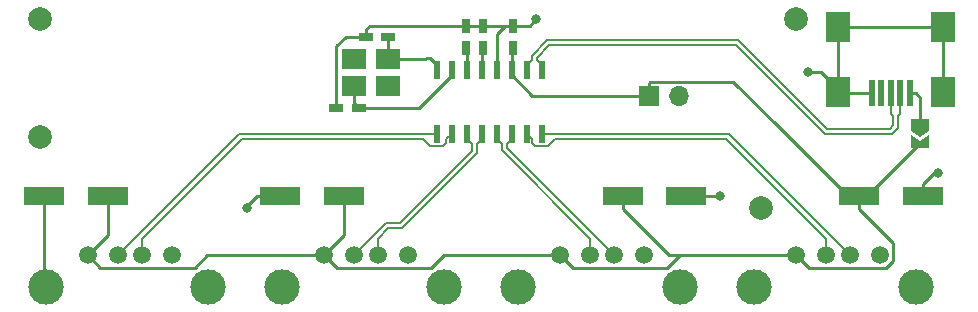
<source format=gbr>
G04 #@! TF.GenerationSoftware,KiCad,Pcbnew,(5.0.1-3-g963ef8bb5)*
G04 #@! TF.CreationDate,2018-11-25T15:23:06-05:00*
G04 #@! TF.ProjectId,usb-hub,7573622D6875622E6B696361645F7063,rev?*
G04 #@! TF.SameCoordinates,Original*
G04 #@! TF.FileFunction,Copper,L1,Top,Signal*
G04 #@! TF.FilePolarity,Positive*
%FSLAX46Y46*%
G04 Gerber Fmt 4.6, Leading zero omitted, Abs format (unit mm)*
G04 Created by KiCad (PCBNEW (5.0.1-3-g963ef8bb5)) date Sunday, November 25, 2018 at 03:23:06 PM*
%MOMM*%
%LPD*%
G01*
G04 APERTURE LIST*
G04 #@! TA.AperFunction,ComponentPad*
%ADD10C,2.000000*%
G04 #@! TD*
G04 #@! TA.AperFunction,SMDPad,CuDef*
%ADD11R,1.200000X0.750000*%
G04 #@! TD*
G04 #@! TA.AperFunction,SMDPad,CuDef*
%ADD12R,0.750000X1.200000*%
G04 #@! TD*
G04 #@! TA.AperFunction,SMDPad,CuDef*
%ADD13R,3.500000X1.600000*%
G04 #@! TD*
G04 #@! TA.AperFunction,SMDPad,CuDef*
%ADD14R,2.000000X2.500000*%
G04 #@! TD*
G04 #@! TA.AperFunction,SMDPad,CuDef*
%ADD15R,0.500000X2.300000*%
G04 #@! TD*
G04 #@! TA.AperFunction,ComponentPad*
%ADD16O,1.700000X1.700000*%
G04 #@! TD*
G04 #@! TA.AperFunction,ComponentPad*
%ADD17R,1.700000X1.700000*%
G04 #@! TD*
G04 #@! TA.AperFunction,ComponentPad*
%ADD18C,3.000000*%
G04 #@! TD*
G04 #@! TA.AperFunction,ComponentPad*
%ADD19C,1.500000*%
G04 #@! TD*
G04 #@! TA.AperFunction,SMDPad,CuDef*
%ADD20C,0.300000*%
G04 #@! TD*
G04 #@! TA.AperFunction,Conductor*
%ADD21C,0.100000*%
G04 #@! TD*
G04 #@! TA.AperFunction,SMDPad,CuDef*
%ADD22R,0.600000X1.500000*%
G04 #@! TD*
G04 #@! TA.AperFunction,SMDPad,CuDef*
%ADD23R,2.100000X1.800000*%
G04 #@! TD*
G04 #@! TA.AperFunction,ViaPad*
%ADD24C,0.800000*%
G04 #@! TD*
G04 #@! TA.AperFunction,Conductor*
%ADD25C,0.250000*%
G04 #@! TD*
G04 #@! TA.AperFunction,Conductor*
%ADD26C,0.200000*%
G04 #@! TD*
G04 APERTURE END LIST*
D10*
G04 #@! TO.P,REF\002A\002A,1*
G04 #@! TO.N,N/C*
X86000000Y-17000000D03*
G04 #@! TD*
G04 #@! TO.P,REF\002A\002A,1*
G04 #@! TO.N,N/C*
X83000000Y-33000000D03*
G04 #@! TD*
G04 #@! TO.P,REF\002A\002A,1*
G04 #@! TO.N,N/C*
X22000000Y-27000000D03*
G04 #@! TD*
D11*
G04 #@! TO.P,C1,1*
G04 #@! TO.N,GND*
X47050000Y-24500000D03*
G04 #@! TO.P,C1,2*
G04 #@! TO.N,Net-(C1-Pad2)*
X48950000Y-24500000D03*
G04 #@! TD*
D12*
G04 #@! TO.P,C2,2*
G04 #@! TO.N,GND*
X58000000Y-17550000D03*
G04 #@! TO.P,C2,1*
G04 #@! TO.N,Net-(C2-Pad1)*
X58000000Y-19450000D03*
G04 #@! TD*
G04 #@! TO.P,C3,1*
G04 #@! TO.N,GND*
X62000000Y-17550000D03*
G04 #@! TO.P,C3,2*
G04 #@! TO.N,+5V*
X62000000Y-19450000D03*
G04 #@! TD*
G04 #@! TO.P,C4,2*
G04 #@! TO.N,Net-(C4-Pad2)*
X59500000Y-19450000D03*
G04 #@! TO.P,C4,1*
G04 #@! TO.N,GND*
X59500000Y-17550000D03*
G04 #@! TD*
D11*
G04 #@! TO.P,C5,2*
G04 #@! TO.N,Net-(C5-Pad2)*
X51450000Y-18500000D03*
G04 #@! TO.P,C5,1*
G04 #@! TO.N,GND*
X49550000Y-18500000D03*
G04 #@! TD*
D13*
G04 #@! TO.P,C6,1*
G04 #@! TO.N,+5V*
X91300000Y-32000000D03*
G04 #@! TO.P,C6,2*
G04 #@! TO.N,GND*
X96700000Y-32000000D03*
G04 #@! TD*
G04 #@! TO.P,C7,2*
G04 #@! TO.N,GND*
X76700000Y-32000000D03*
G04 #@! TO.P,C7,1*
G04 #@! TO.N,+5V*
X71300000Y-32000000D03*
G04 #@! TD*
G04 #@! TO.P,C8,2*
G04 #@! TO.N,GND*
X42300000Y-32000000D03*
G04 #@! TO.P,C8,1*
G04 #@! TO.N,+5V*
X47700000Y-32000000D03*
G04 #@! TD*
G04 #@! TO.P,C9,1*
G04 #@! TO.N,+5V*
X27700000Y-32000000D03*
G04 #@! TO.P,C9,2*
G04 #@! TO.N,GND*
X22300000Y-32000000D03*
G04 #@! TD*
D14*
G04 #@! TO.P,J1,6*
G04 #@! TO.N,GND*
X89550000Y-17700000D03*
X89550000Y-23200000D03*
X98450000Y-17700000D03*
X98450000Y-23200000D03*
D15*
G04 #@! TO.P,J1,5*
X92400000Y-23300000D03*
G04 #@! TO.P,J1,4*
G04 #@! TO.N,Net-(J1-Pad4)*
X93200000Y-23300000D03*
G04 #@! TO.P,J1,3*
G04 #@! TO.N,/DP*
X94000000Y-23300000D03*
G04 #@! TO.P,J1,2*
G04 #@! TO.N,/DN*
X94800000Y-23300000D03*
G04 #@! TO.P,J1,1*
G04 #@! TO.N,Net-(J1-Pad1)*
X95600000Y-23300000D03*
G04 #@! TD*
D16*
G04 #@! TO.P,J2,2*
G04 #@! TO.N,GND*
X76040000Y-23500000D03*
D17*
G04 #@! TO.P,J2,1*
G04 #@! TO.N,+5V*
X73500000Y-23500000D03*
G04 #@! TD*
D18*
G04 #@! TO.P,J3,5*
G04 #@! TO.N,GND*
X82440000Y-39670000D03*
X96160000Y-39670000D03*
D19*
G04 #@! TO.P,J3,1*
G04 #@! TO.N,+5V*
X86000000Y-37000000D03*
G04 #@! TO.P,J3,2*
G04 #@! TO.N,D1_N*
X88540000Y-37000000D03*
G04 #@! TO.P,J3,3*
G04 #@! TO.N,D1_P*
X90570000Y-37000000D03*
G04 #@! TO.P,J3,4*
G04 #@! TO.N,GND*
X93110000Y-37000000D03*
G04 #@! TD*
G04 #@! TO.P,J4,4*
G04 #@! TO.N,GND*
X73110000Y-37000000D03*
G04 #@! TO.P,J4,3*
G04 #@! TO.N,D2_P*
X70570000Y-37000000D03*
G04 #@! TO.P,J4,2*
G04 #@! TO.N,D2_N*
X68540000Y-37000000D03*
G04 #@! TO.P,J4,1*
G04 #@! TO.N,+5V*
X66000000Y-37000000D03*
D18*
G04 #@! TO.P,J4,5*
G04 #@! TO.N,GND*
X76160000Y-39670000D03*
X62440000Y-39670000D03*
G04 #@! TD*
D19*
G04 #@! TO.P,J5,4*
G04 #@! TO.N,GND*
X53110000Y-37000000D03*
G04 #@! TO.P,J5,3*
G04 #@! TO.N,D3_P*
X50570000Y-37000000D03*
G04 #@! TO.P,J5,2*
G04 #@! TO.N,D3_N*
X48540000Y-37000000D03*
G04 #@! TO.P,J5,1*
G04 #@! TO.N,+5V*
X46000000Y-37000000D03*
D18*
G04 #@! TO.P,J5,5*
G04 #@! TO.N,GND*
X56160000Y-39670000D03*
X42440000Y-39670000D03*
G04 #@! TD*
G04 #@! TO.P,J6,5*
G04 #@! TO.N,GND*
X22440000Y-39670000D03*
X36160000Y-39670000D03*
D19*
G04 #@! TO.P,J6,1*
G04 #@! TO.N,+5V*
X26000000Y-37000000D03*
G04 #@! TO.P,J6,2*
G04 #@! TO.N,D4_N*
X28540000Y-37000000D03*
G04 #@! TO.P,J6,3*
G04 #@! TO.N,D4_P*
X30570000Y-37000000D03*
G04 #@! TO.P,J6,4*
G04 #@! TO.N,GND*
X33110000Y-37000000D03*
G04 #@! TD*
D20*
G04 #@! TO.P,JP1,2*
G04 #@! TO.N,+5V*
X96500000Y-27450000D03*
D21*
G04 #@! TD*
G04 #@! TO.N,+5V*
G04 #@! TO.C,JP1*
G36*
X95750000Y-27950000D02*
X95750000Y-26800000D01*
X96500000Y-27300000D01*
X97250000Y-26800000D01*
X97250000Y-27950000D01*
X95750000Y-27950000D01*
X95750000Y-27950000D01*
G37*
D20*
G04 #@! TO.P,JP1,1*
G04 #@! TO.N,Net-(J1-Pad1)*
X96500000Y-26000000D03*
D21*
G04 #@! TD*
G04 #@! TO.N,Net-(J1-Pad1)*
G04 #@! TO.C,JP1*
G36*
X96500000Y-27000000D02*
X95750000Y-26500000D01*
X95750000Y-25500000D01*
X97250000Y-25500000D01*
X97250000Y-26500000D01*
X96500000Y-27000000D01*
X96500000Y-27000000D01*
G37*
D22*
G04 #@! TO.P,U1,16*
G04 #@! TO.N,Net-(C5-Pad2)*
X55555000Y-21300000D03*
G04 #@! TO.P,U1,15*
G04 #@! TO.N,Net-(C1-Pad2)*
X56825000Y-21300000D03*
G04 #@! TO.P,U1,14*
G04 #@! TO.N,Net-(C2-Pad1)*
X58095000Y-21300000D03*
G04 #@! TO.P,U1,13*
G04 #@! TO.N,Net-(C4-Pad2)*
X59365000Y-21300000D03*
G04 #@! TO.P,U1,12*
G04 #@! TO.N,GND*
X60635000Y-21300000D03*
G04 #@! TO.P,U1,11*
G04 #@! TO.N,+5V*
X61905000Y-21300000D03*
G04 #@! TO.P,U1,10*
G04 #@! TO.N,/DP*
X63175000Y-21300000D03*
G04 #@! TO.P,U1,9*
G04 #@! TO.N,/DN*
X64445000Y-21300000D03*
G04 #@! TO.P,U1,8*
G04 #@! TO.N,D1_P*
X64445000Y-26700000D03*
G04 #@! TO.P,U1,7*
G04 #@! TO.N,D1_N*
X63175000Y-26700000D03*
G04 #@! TO.P,U1,6*
G04 #@! TO.N,D2_P*
X61905000Y-26700000D03*
G04 #@! TO.P,U1,5*
G04 #@! TO.N,D2_N*
X60635000Y-26700000D03*
G04 #@! TO.P,U1,4*
G04 #@! TO.N,D3_P*
X59365000Y-26700000D03*
G04 #@! TO.P,U1,3*
G04 #@! TO.N,D3_N*
X58095000Y-26700000D03*
G04 #@! TO.P,U1,2*
G04 #@! TO.N,D4_P*
X56825000Y-26700000D03*
G04 #@! TO.P,U1,1*
G04 #@! TO.N,D4_N*
X55555000Y-26700000D03*
G04 #@! TD*
D23*
G04 #@! TO.P,Y1,1*
G04 #@! TO.N,Net-(C1-Pad2)*
X48550000Y-22650000D03*
G04 #@! TO.P,Y1,2*
G04 #@! TO.N,Net-(Y1-Pad2)*
X51450000Y-22650000D03*
G04 #@! TO.P,Y1,3*
G04 #@! TO.N,Net-(C5-Pad2)*
X51450000Y-20350000D03*
G04 #@! TO.P,Y1,4*
G04 #@! TO.N,Net-(Y1-Pad4)*
X48550000Y-20350000D03*
G04 #@! TD*
D10*
G04 #@! TO.P,REF\002A\002A,1*
G04 #@! TO.N,N/C*
X22000000Y-17000000D03*
G04 #@! TD*
D24*
G04 #@! TO.N,GND*
X39500000Y-33000000D03*
X79500000Y-32000000D03*
X98000000Y-30000000D03*
X87000000Y-21500000D03*
X64000000Y-17000000D03*
G04 #@! TD*
D25*
G04 #@! TO.N,Net-(C1-Pad2)*
X48550000Y-24100000D02*
X48950000Y-24500000D01*
X48550000Y-22650000D02*
X48550000Y-24100000D01*
X56825000Y-21750000D02*
X56825000Y-21300000D01*
X54075000Y-24500000D02*
X56825000Y-21750000D01*
X48950000Y-24500000D02*
X54075000Y-24500000D01*
G04 #@! TO.N,GND*
X39500000Y-32800000D02*
X39500000Y-33000000D01*
X40300000Y-32000000D02*
X39500000Y-32800000D01*
X42300000Y-32000000D02*
X40300000Y-32000000D01*
X22300000Y-39530000D02*
X22440000Y-39670000D01*
X22300000Y-32000000D02*
X22300000Y-39530000D01*
X78700000Y-32000000D02*
X79500000Y-32000000D01*
X76700000Y-32000000D02*
X78700000Y-32000000D01*
X97650000Y-30000000D02*
X98000000Y-30000000D01*
X96700000Y-30950000D02*
X97650000Y-30000000D01*
X96700000Y-32000000D02*
X96700000Y-30950000D01*
X58000000Y-17550000D02*
X59500000Y-17550000D01*
X59500000Y-17550000D02*
X62000000Y-17550000D01*
X61375000Y-17550000D02*
X62000000Y-17550000D01*
X60635000Y-18290000D02*
X61375000Y-17550000D01*
X60635000Y-21300000D02*
X60635000Y-18290000D01*
X49875000Y-17550000D02*
X57375000Y-17550000D01*
X57375000Y-17550000D02*
X58000000Y-17550000D01*
X49550000Y-17875000D02*
X49875000Y-17550000D01*
X49550000Y-18500000D02*
X49550000Y-17875000D01*
X48700000Y-18500000D02*
X49550000Y-18500000D01*
X47864998Y-18500000D02*
X48700000Y-18500000D01*
X47050000Y-19314998D02*
X47864998Y-18500000D01*
X47050000Y-24500000D02*
X47050000Y-19314998D01*
X98450000Y-21700000D02*
X98450000Y-17700000D01*
X98450000Y-23200000D02*
X98450000Y-21700000D01*
X89550000Y-17700000D02*
X89550000Y-23200000D01*
X89650000Y-23300000D02*
X89550000Y-23200000D01*
X92400000Y-23300000D02*
X89650000Y-23300000D01*
X90800000Y-17700000D02*
X98450000Y-17700000D01*
X89550000Y-17700000D02*
X90800000Y-17700000D01*
X88100000Y-21500000D02*
X87000000Y-21500000D01*
X89550000Y-22950000D02*
X88100000Y-21500000D01*
X89550000Y-23200000D02*
X89550000Y-22950000D01*
X63450000Y-17550000D02*
X64000000Y-17000000D01*
X62000000Y-17550000D02*
X63450000Y-17550000D01*
G04 #@! TO.N,Net-(C2-Pad1)*
X58095000Y-19545000D02*
X58000000Y-19450000D01*
X58095000Y-21300000D02*
X58095000Y-19545000D01*
G04 #@! TO.N,+5V*
X61905000Y-19545000D02*
X62000000Y-19450000D01*
X61905000Y-21300000D02*
X61905000Y-19545000D01*
X44939340Y-37000000D02*
X46000000Y-37000000D01*
X36128998Y-37000000D02*
X44939340Y-37000000D01*
X35053997Y-38075001D02*
X36128998Y-37000000D01*
X27075001Y-38075001D02*
X35053997Y-38075001D01*
X26000000Y-37000000D02*
X27075001Y-38075001D01*
X56128998Y-37000000D02*
X64939340Y-37000000D01*
X55053997Y-38075001D02*
X56128998Y-37000000D01*
X64939340Y-37000000D02*
X66000000Y-37000000D01*
X47075001Y-38075001D02*
X55053997Y-38075001D01*
X46000000Y-37000000D02*
X47075001Y-38075001D01*
X91300000Y-33050000D02*
X91300000Y-32000000D01*
X93626001Y-38075001D02*
X94185001Y-37516001D01*
X94185001Y-37516001D02*
X94185001Y-35935001D01*
X87075001Y-38075001D02*
X93626001Y-38075001D01*
X94185001Y-35935001D02*
X91300000Y-33050000D01*
X86000000Y-37000000D02*
X87075001Y-38075001D01*
X84939340Y-37000000D02*
X86000000Y-37000000D01*
X76128998Y-37000000D02*
X84939340Y-37000000D01*
X75053997Y-38075001D02*
X76128998Y-37000000D01*
X67075001Y-38075001D02*
X75053997Y-38075001D01*
X66000000Y-37000000D02*
X67075001Y-38075001D01*
X47700000Y-35300000D02*
X47700000Y-32000000D01*
X46000000Y-37000000D02*
X47700000Y-35300000D01*
X75250000Y-37000000D02*
X76128998Y-37000000D01*
X71300000Y-33050000D02*
X75250000Y-37000000D01*
X71300000Y-32000000D02*
X71300000Y-33050000D01*
X27700000Y-35300000D02*
X26000000Y-37000000D01*
X27700000Y-32000000D02*
X27700000Y-35300000D01*
X91950000Y-32000000D02*
X91300000Y-32000000D01*
X96500000Y-27450000D02*
X91950000Y-32000000D01*
X91300000Y-32000000D02*
X90350000Y-32000000D01*
X73575001Y-22324999D02*
X80674999Y-22324999D01*
X73500000Y-22400000D02*
X73575001Y-22324999D01*
X80674999Y-22324999D02*
X84500000Y-26150000D01*
X73500000Y-23500000D02*
X73500000Y-22400000D01*
X84500000Y-26150000D02*
X84350000Y-26000000D01*
X90350000Y-32000000D02*
X84500000Y-26150000D01*
X61905000Y-21750000D02*
X61905000Y-21300000D01*
X63655000Y-23500000D02*
X61905000Y-21750000D01*
X73500000Y-23500000D02*
X63655000Y-23500000D01*
G04 #@! TO.N,Net-(C4-Pad2)*
X59365000Y-19585000D02*
X59500000Y-19450000D01*
X59365000Y-21300000D02*
X59365000Y-19585000D01*
G04 #@! TO.N,Net-(C5-Pad2)*
X51450000Y-18500000D02*
X51450000Y-20350000D01*
X55555000Y-20850000D02*
X55555000Y-21300000D01*
X55005000Y-20300000D02*
X55555000Y-20850000D01*
X54655000Y-20300000D02*
X55005000Y-20300000D01*
X54605000Y-20350000D02*
X54655000Y-20300000D01*
X51450000Y-20350000D02*
X54605000Y-20350000D01*
G04 #@! TO.N,Net-(J1-Pad1)*
X96100000Y-23300000D02*
X95600000Y-23300000D01*
X96500000Y-23700000D02*
X96100000Y-23300000D01*
X96500000Y-26000000D02*
X96500000Y-23700000D01*
D26*
G04 #@! TO.N,D1_P*
X88858198Y-35288198D02*
X90570000Y-37000000D01*
X80270000Y-26700000D02*
X88858198Y-35288198D01*
X64445000Y-26700000D02*
X80270000Y-26700000D01*
G04 #@! TO.N,D2_P*
X61905000Y-26700000D02*
X61905000Y-27150000D01*
X68858198Y-35288198D02*
X70570000Y-37000000D01*
X61495000Y-27925000D02*
X68858198Y-35288198D01*
X61495000Y-27560000D02*
X61495000Y-27925000D01*
X61905000Y-27150000D02*
X61495000Y-27560000D01*
G04 #@! TO.N,D3_P*
X58955000Y-27560000D02*
X58955000Y-28363200D01*
X59365000Y-27150000D02*
X58955000Y-27560000D01*
X59365000Y-26700000D02*
X59365000Y-27150000D01*
X58955000Y-28363200D02*
X52593200Y-34725000D01*
X51451397Y-34725000D02*
X50570000Y-35606397D01*
X50570000Y-35606397D02*
X50570000Y-37000000D01*
X52593200Y-34725000D02*
X51451397Y-34725000D01*
G04 #@! TO.N,D4_P*
X30570000Y-35606397D02*
X30570000Y-37000000D01*
X39026397Y-27150000D02*
X30570000Y-35606397D01*
X54414998Y-27150000D02*
X39026397Y-27150000D01*
X56375000Y-27470002D02*
X56095001Y-27750001D01*
X56095001Y-27750001D02*
X55014999Y-27750001D01*
X56375000Y-27150000D02*
X56375000Y-27470002D01*
X55014999Y-27750001D02*
X54414998Y-27150000D01*
X56825000Y-26700000D02*
X56375000Y-27150000D01*
G04 #@! TO.N,D1_N*
X88540000Y-35606397D02*
X88540000Y-37000000D01*
X80083603Y-27150000D02*
X88540000Y-35606397D01*
X65585002Y-27150000D02*
X80083603Y-27150000D01*
X64985001Y-27750001D02*
X65585002Y-27150000D01*
X63625000Y-27470002D02*
X63904999Y-27750001D01*
X63904999Y-27750001D02*
X64985001Y-27750001D01*
X63625000Y-27150000D02*
X63625000Y-27470002D01*
X63175000Y-26700000D02*
X63625000Y-27150000D01*
G04 #@! TO.N,D2_N*
X60635000Y-26700000D02*
X60635000Y-27150000D01*
X61045000Y-28111397D02*
X68540000Y-35606397D01*
X61045000Y-27560000D02*
X61045000Y-28111397D01*
X68540000Y-35606397D02*
X68540000Y-37000000D01*
X60635000Y-27150000D02*
X61045000Y-27560000D01*
G04 #@! TO.N,D3_N*
X58095000Y-27150000D02*
X58505000Y-27560000D01*
X58505000Y-27560000D02*
X58505000Y-28176800D01*
X58095000Y-26700000D02*
X58095000Y-27150000D01*
X58505000Y-28176800D02*
X52406800Y-34275000D01*
X50251802Y-35288198D02*
X48540000Y-37000000D01*
X51265000Y-34275000D02*
X50251802Y-35288198D01*
X52406800Y-34275000D02*
X51265000Y-34275000D01*
G04 #@! TO.N,D4_N*
X38840000Y-26700000D02*
X30251802Y-35288198D01*
X30251802Y-35288198D02*
X28540000Y-37000000D01*
X55555000Y-26700000D02*
X38840000Y-26700000D01*
G04 #@! TO.N,/DP*
X63585000Y-20089213D02*
X63585000Y-20440000D01*
X63585000Y-20440000D02*
X63175000Y-20850000D01*
X64899213Y-18775000D02*
X63585000Y-20089213D01*
X88593200Y-26275000D02*
X81093200Y-18775000D01*
X93906800Y-26275000D02*
X88593200Y-26275000D01*
X94175000Y-25200001D02*
X94175000Y-26006800D01*
X94000000Y-23300000D02*
X94000000Y-25025001D01*
X94000000Y-25025001D02*
X94175000Y-25200001D01*
X94175000Y-26006800D02*
X93906800Y-26275000D01*
X63175000Y-20850000D02*
X63175000Y-21300000D01*
X81093200Y-18775000D02*
X64899213Y-18775000D01*
G04 #@! TO.N,/DN*
X64445000Y-20850000D02*
X64445000Y-21300000D01*
X64035000Y-20440000D02*
X64445000Y-20850000D01*
X65085613Y-19225000D02*
X64035000Y-20275613D01*
X88406800Y-26725000D02*
X80906800Y-19225000D01*
X80906800Y-19225000D02*
X65085613Y-19225000D01*
X94093200Y-26725000D02*
X88406800Y-26725000D01*
X64035000Y-20275613D02*
X64035000Y-20440000D01*
X94625000Y-26193200D02*
X94093200Y-26725000D01*
X94625000Y-25200001D02*
X94625000Y-26193200D01*
X94800000Y-25025001D02*
X94625000Y-25200001D01*
X94800000Y-23300000D02*
X94800000Y-25025001D01*
G04 #@! TD*
M02*

</source>
